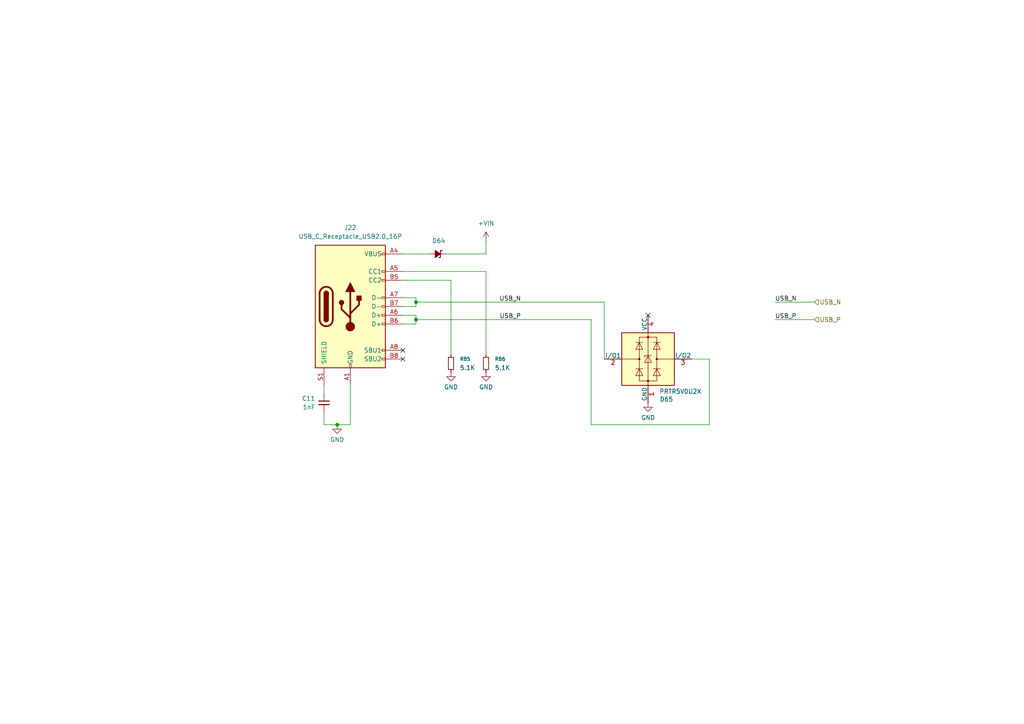
<source format=kicad_sch>
(kicad_sch (version 20250114) (generator "eeschema") (generator_version "9.0")
  (paper "A4")
  (title_block (title "Control Unit Tester") (date "2025-10-21") (rev "2"))
  (lib_symbols
    (symbol "Connector:USB_C_Receptacle_USB2.0_16P" (pin_names (offset 1.016))
      (property "Reference" "J" (at 0 22.225 0))
      (property "Value" "USB_C_Receptacle_USB2.0_16P" (at 0 19.685 0))
      (symbol "USB_C_Receptacle_USB2.0_16P_0_0"
        (rectangle (start -0.254 -17.78) (end 0.254 -16.764))
        (rectangle (start 10.16 15.494) (end 9.144 14.986))
        (rectangle (start 10.16 10.414) (end 9.144 9.906))
        (rectangle (start 10.16 7.874) (end 9.144 7.366))
        (rectangle (start 10.16 2.794) (end 9.144 2.286))
        (rectangle (start 10.16 0.254) (end 9.144 -0.254))
        (rectangle (start 10.16 -2.286) (end 9.144 -2.794))
        (rectangle (start 10.16 -4.826) (end 9.144 -5.334))
        (rectangle (start 10.16 -12.446) (end 9.144 -12.954))
        (rectangle (start 10.16 -14.986) (end 9.144 -15.494))
      )
      (symbol "USB_C_Receptacle_USB2.0_16P_0_1"
        (rectangle (start -10.16 17.78) (end 10.16 -17.78) (stroke (width 0.254)) (fill (type background)))
        (polyline (pts (xy -8.89 -3.81) (xy -8.89 3.81)) (stroke (width 0.508)))
        (rectangle (start -7.62 -3.81) (end -6.35 3.81) (stroke (width 0.254)) (fill (type outline)))
        (arc (start -7.62 3.81) (mid -6.985 4.4423) (end -6.35 3.81) (stroke (width 0.254)))
        (arc (start -7.62 3.81) (mid -6.985 4.4423) (end -6.35 3.81) (stroke (width 0.254)) (fill (type outline)))
        (arc (start -8.89 3.81) (mid -6.985 5.7067) (end -5.08 3.81) (stroke (width 0.508)))
        (arc (start -5.08 -3.81) (mid -6.985 -5.7067) (end -8.89 -3.81) (stroke (width 0.508)))
        (arc (start -6.35 -3.81) (mid -6.985 -4.4423) (end -7.62 -3.81) (stroke (width 0.254)))
        (arc (start -6.35 -3.81) (mid -6.985 -4.4423) (end -7.62 -3.81) (stroke (width 0.254)) (fill (type outline)))
        (polyline (pts (xy -5.08 3.81) (xy -5.08 -3.81)) (stroke (width 0.508)))
        (circle (center -2.54 1.143) (radius 0.635) (stroke (width 0.254)) (fill (type outline)))
        (polyline (pts (xy -1.27 4.318) (xy 0 6.858) (xy 1.27 4.318) (xy -1.27 4.318)) (stroke (width 0.254)) (fill (type outline)))
        (polyline (pts (xy 0 -2.032) (xy 2.54 0.508) (xy 2.54 1.778)) (stroke (width 0.508)))
        (polyline (pts (xy 0 -3.302) (xy -2.54 -0.762) (xy -2.54 0.508)) (stroke (width 0.508)))
        (polyline (pts (xy 0 -5.842) (xy 0 4.318)) (stroke (width 0.508)))
        (circle (center 0 -5.842) (radius 1.27) (fill (type outline)))
        (rectangle (start 1.905 1.778) (end 3.175 3.048) (stroke (width 0.254)) (fill (type outline)))
      )
      (symbol "USB_C_Receptacle_USB2.0_16P_1_1"
        (pin passive line (at -7.62 -22.86 90) (length 5.08) (name "SHIELD") (number "S1"))
        (pin passive line (at 0 -22.86 90) (length 5.08) (name "GND") (number "A1"))
        (pin passive line (at 0 -22.86 90) (length 5.08) (hide yes) (name "GND") (number "A12"))
        (pin passive line (at 0 -22.86 90) (length 5.08) (hide yes) (name "GND") (number "B1"))
        (pin passive line (at 0 -22.86 90) (length 5.08) (hide yes) (name "GND") (number "B12"))
        (pin passive line (at 15.24 15.24 180) (length 5.08) (name "VBUS") (number "A4"))
        (pin passive line (at 15.24 15.24 180) (length 5.08) (hide yes) (name "VBUS") (number "A9"))
        (pin passive line (at 15.24 15.24 180) (length 5.08) (hide yes) (name "VBUS") (number "B4"))
        (pin passive line (at 15.24 15.24 180) (length 5.08) (hide yes) (name "VBUS") (number "B9"))
        (pin bidirectional line (at 15.24 10.16 180) (length 5.08) (name "CC1") (number "A5"))
        (pin bidirectional line (at 15.24 7.62 180) (length 5.08) (name "CC2") (number "B5"))
        (pin bidirectional line (at 15.24 2.54 180) (length 5.08) (name "D-") (number "A7"))
        (pin bidirectional line (at 15.24 0 180) (length 5.08) (name "D-") (number "B7"))
        (pin bidirectional line (at 15.24 -2.54 180) (length 5.08) (name "D+") (number "A6"))
        (pin bidirectional line (at 15.24 -5.08 180) (length 5.08) (name "D+") (number "B6"))
        (pin bidirectional line (at 15.24 -12.7 180) (length 5.08) (name "SBU1") (number "A8"))
        (pin bidirectional line (at 15.24 -15.24 180) (length 5.08) (name "SBU2") (number "B8"))
      )
    )
    (symbol "Device:C_Small" (pin_numbers (hide yes)) (pin_names (offset 0.254) (hide yes))
      (property "Reference" "C" (at 0.254 1.778 0))
      (property "Value" "C_Small" (at 0.254 -2.032 0))
      (symbol "C_Small_0_1"
        (polyline (pts (xy -1.524 0.508) (xy 1.524 0.508)) (stroke (width 0.3048)))
        (polyline (pts (xy -1.524 -0.508) (xy 1.524 -0.508)) (stroke (width 0.3302)))
      )
      (symbol "C_Small_1_1"
        (pin passive line (at 0 2.54 270) (length 2.032) (name "~") (number "1"))
        (pin passive line (at 0 -2.54 90) (length 2.032) (name "~") (number "2"))
      )
    )
    (symbol "Device:R_Small" (pin_numbers (hide yes)) (pin_names (offset 0.254) (hide yes))
      (property "Reference" "R" (at 0 0 90))
      (property "Value" "R_Small" (at 1.778 0 90))
      (symbol "R_Small_0_1"
        (rectangle (start -0.762 1.778) (end 0.762 -1.778) (stroke (width 0.2032)))
      )
      (symbol "R_Small_1_1"
        (pin passive line (at 0 2.54 270) (length 0.762) (name "~") (number "1"))
        (pin passive line (at 0 -2.54 90) (length 0.762) (name "~") (number "2"))
      )
    )
    (symbol "My_Libraries:+VIN" (power) (in_bom no) (on_board no)
      (property "Value" "+VIN" (at 0 3.81 0))
      (symbol "+VIN_0_1"
        (polyline (pts (xy 0 2.54) (xy -0.762 1.27)))
        (polyline (pts (xy 0 2.54) (xy 0.762 1.27)))
        (polyline (pts (xy 0 0) (xy 0 2.54)))
      )
      (symbol "+VIN_1_1"
        (pin power_in line (at 0 0 90) (length 0) (hide yes) (name "+VIN") (number "1"))
      )
    )
    (symbol "My_Libraries:D_TVS" (pin_numbers (hide yes)) (pin_names (hide yes))
      (property "Reference" "D" (at -2.54 5.08 0))
      (property "Value" "D_TVS" (at -2.54 2.54 0))
      (symbol "D_TVS_0_1"
        (polyline (pts (xy -1.2954 -1.016) (xy -0.7874 -1.016)) (stroke (width 0.254)))
        (polyline (pts (xy -0.254 1.016) (xy -0.762 1.016) (xy -0.762 -1.016)) (stroke (width 0.254)))
        (polyline (pts (xy 0.762 1.016) (xy -0.762 0) (xy 0.762 -1.016) (xy 0.762 1.016)) (stroke (width 0.254)) (fill (type outline)))
        (polyline (pts (xy 0.762 0) (xy -0.762 0)))
      )
      (symbol "D_TVS_1_1"
        (pin passive line (at -2.54 0 0) (length 1.778) (name "K") (number "1"))
        (pin passive line (at 2.54 0 180) (length 1.778) (name "A") (number "2"))
      )
    )
    (symbol "Power_Protection:PRTR5V0U2X" (pin_names (offset 0))
      (property "Reference" "D" (at 2.794 8.636 0))
      (property "Value" "PRTR5V0U2X" (at 8.128 -9.398 0))
      (symbol "PRTR5V0U2X_0_1"
        (rectangle (start -7.62 -7.62) (end 7.62 7.62) (stroke (width 0.254)) (fill (type background)))
        (polyline (pts (xy -3.556 2.794) (xy -1.524 2.794) (xy -2.54 4.826) (xy -3.556 2.794)))
        (polyline (pts (xy -3.556 -4.826) (xy -1.524 -4.826) (xy -2.54 -2.794) (xy -3.556 -4.826)))
        (rectangle (start -2.54 6.35) (end 2.54 -6.35))
        (circle (center -2.54 0) (radius 0.254) (fill (type outline)))
        (polyline (pts (xy -2.54 0) (xy -7.62 0)))
        (polyline (pts (xy -1.524 4.826) (xy -3.556 4.826)))
        (polyline (pts (xy -1.524 -2.794) (xy -3.556 -2.794)))
        (polyline (pts (xy -1.016 -1.016) (xy 1.016 -1.016) (xy 0 1.016) (xy -1.016 -1.016)))
        (circle (center 0 6.35) (radius 0.254) (fill (type outline)))
        (circle (center 0 -6.35) (radius 0.254) (fill (type outline)))
        (polyline (pts (xy 0 -7.62) (xy 0 7.62)))
        (polyline (pts (xy 1.016 1.016) (xy -1.016 1.016) (xy -1.016 0.508)))
        (polyline (pts (xy 1.524 4.826) (xy 3.556 4.826)))
        (polyline (pts (xy 1.524 -2.794) (xy 3.556 -2.794)))
        (polyline (pts (xy 2.54 0) (xy 7.62 0)))
        (circle (center 2.54 0) (radius 0.254) (fill (type outline)))
        (polyline (pts (xy 3.556 2.794) (xy 1.524 2.794) (xy 2.54 4.826) (xy 3.556 2.794)))
        (polyline (pts (xy 3.556 -4.826) (xy 1.524 -4.826) (xy 2.54 -2.794) (xy 3.556 -4.826)))
      )
      (symbol "PRTR5V0U2X_1_1"
        (pin passive line (at -12.7 0 0) (length 5.08) (name "I/O1") (number "2"))
        (pin passive line (at 0 12.7 270) (length 5.08) (name "VCC") (number "4"))
        (pin passive line (at 0 -12.7 90) (length 5.08) (name "GND") (number "1"))
        (pin passive line (at 12.7 0 180) (length 5.08) (name "I/O2") (number "3"))
      )
    )
    (symbol "power:GND" (power) (pin_numbers (hide yes)) (pin_names (offset 0) (hide yes))
      (property "Value" "GND" (at 0 -3.81 0))
      (symbol "GND_0_1"
        (polyline (pts (xy 0 0) (xy 0 -1.27) (xy 1.27 -1.27) (xy 0 -2.54) (xy -1.27 -1.27) (xy 0 -1.27)))
      )
      (symbol "GND_1_1"
        (pin power_in line (at 0 0 270) (length 0) (name "~") (number "1"))
      )
    )
  )
  (junction (at 97.79 123.19))
  (junction (at 120.65 87.63))
  (junction (at 120.65 92.71))
  (no_connect (at 116.84 101.6))
  (no_connect (at 116.84 104.14))
  (no_connect (at 187.96 91.44))
  (wire (pts (xy 140.97 69.85) (xy 140.97 73.66)))
  (wire (pts (xy 116.84 88.9) (xy 120.65 88.9)))
  (wire (pts (xy 171.45 123.19) (xy 205.74 123.19)))
  (wire (pts (xy 116.84 91.44) (xy 120.65 91.44)))
  (wire (pts (xy 93.98 123.19) (xy 97.79 123.19)))
  (wire (pts (xy 224.79 87.63) (xy 236.22 87.63)))
  (wire (pts (xy 120.65 87.63) (xy 120.65 88.9)))
  (wire (pts (xy 140.97 78.74) (xy 116.84 78.74)))
  (wire (pts (xy 116.84 81.28) (xy 130.81 81.28)))
  (wire (pts (xy 120.65 86.36) (xy 120.65 87.63)))
  (wire (pts (xy 116.84 86.36) (xy 120.65 86.36)))
  (wire (pts (xy 120.65 87.63) (xy 175.26 87.63)))
  (wire (pts (xy 101.6 111.76) (xy 101.6 123.19)))
  (wire (pts (xy 129.54 73.66) (xy 140.97 73.66)))
  (wire (pts (xy 120.65 92.71) (xy 120.65 93.98)))
  (wire (pts (xy 130.81 81.28) (xy 130.81 102.87)))
  (wire (pts (xy 120.65 91.44) (xy 120.65 92.71)))
  (wire (pts (xy 224.79 92.71) (xy 236.22 92.71)))
  (wire (pts (xy 140.97 102.87) (xy 140.97 78.74)))
  (wire (pts (xy 171.45 92.71) (xy 171.45 123.19)))
  (wire (pts (xy 175.26 104.14) (xy 175.26 87.63)))
  (wire (pts (xy 205.74 123.19) (xy 205.74 104.14)))
  (wire (pts (xy 116.84 73.66) (xy 124.46 73.66)))
  (wire (pts (xy 93.98 119.38) (xy 93.98 123.19)))
  (wire (pts (xy 116.84 93.98) (xy 120.65 93.98)))
  (wire (pts (xy 120.65 92.71) (xy 171.45 92.71)))
  (wire (pts (xy 93.98 111.76) (xy 93.98 114.3)))
  (wire (pts (xy 205.74 104.14) (xy 200.66 104.14)))
  (wire (pts (xy 101.6 123.19) (xy 97.79 123.19)))
  (label "USB_N" (at 151.13 87.63 180))
  (label "USB_P" (at 224.79 92.71 0))
  (label "USB_N" (at 224.79 87.63 0))
  (label "USB_P" (at 151.13 92.71 180))
  (hierarchical_label "USB_N" (shape input) (at 236.22 87.63 0))
  (hierarchical_label "USB_P" (shape input) (at 236.22 92.71 0))
  (symbol (lib_id "power:GND") (at 130.81 107.95 0) (unit 1)
    (property "Reference" "#PWR0117" (effects (hide yes)))
    (property "Value" "GND" (at 130.81 112.268 0))
    (property "Description" "Power symbol creates a global label with name \"GND\" , ground" (effects (hide yes)))
  )
  (symbol (lib_id "Device:C_Small") (at 93.98 116.84 0) (unit 1)
    (property "Reference" "C11" (at 91.44 115.5762 0) (effects (justify right)))
    (property "Value" "1nF" (at 91.44 118.1162 0) (effects (justify right)))
    (property "Footprint" "Capacitor_SMD:C_1206_3216Metric" (effects (hide yes)))
    (property "Description" "Unpolarized capacitor, small symbol" (effects (hide yes)))
  )
  (symbol (lib_id "power:GND") (at 140.97 107.95 0) (unit 1)
    (property "Reference" "#PWR0118" (effects (hide yes)))
    (property "Value" "GND" (at 140.97 112.268 0))
    (property "Description" "Power symbol creates a global label with name \"GND\" , ground" (effects (hide yes)))
  )
  (symbol (lib_id "Connector:USB_C_Receptacle_USB2.0_16P") (at 101.6 88.9 0) (unit 1)
    (property "Reference" "J22" (at 101.6 66.04 0))
    (property "Value" "USB_C_Receptacle_USB2.0_16P" (at 101.6 68.58 0))
    (property "Footprint" "Connector_USB:USB_C_Receptacle_GCT_USB4105-xx-A_16P_TopMnt_Horizontal" (effects (hide yes)))
    (property "Datasheet" "https://www.usb.org/sites/default/files/documents/usb_type-c.zip" (effects (hide yes)))
    (property "Description" "USB 2.0-only 16P Type-C Receptacle connector" (effects (hide yes)))
    (property "PartID" "2165" (effects (hide yes)))
  )
  (symbol (lib_id "power:GND") (at 97.79 123.19 0) (unit 1)
    (property "Reference" "#PWR0119" (effects (hide yes)))
    (property "Value" "GND" (at 97.79 127.508 0))
    (property "Description" "Power symbol creates a global label with name \"GND\" , ground" (effects (hide yes)))
  )
  (symbol (lib_id "Device:R_Small") (at 140.97 105.41 0) (unit 1)
    (property "Reference" "R86" (at 143.51 104.1399 0) (effects (font (size 1.016 1.016)) (justify left)))
    (property "Value" "5.1K" (at 143.51 106.6799 0) (effects (justify left)))
    (property "Footprint" "Resistor_SMD:R_0603_1608Metric" (effects (hide yes)))
    (property "Description" "Resistor, small symbol" (effects (hide yes)))
  )
  (symbol (lib_id "My_Libraries:D_TVS") (at 127 73.66 180) (unit 1)
    (property "Reference" "D64" (at 127.2667 69.85 0))
    (property "Value" "SMAJ40CAe3/TR13" (effects (hide yes)))
    (property "Footprint" "Diode_SMD:D_SMA" (effects (hide yes)))
  )
  (symbol (lib_id "Device:R_Small") (at 130.81 105.41 0) (unit 1)
    (property "Reference" "R85" (at 133.35 104.1399 0) (effects (font (size 1.016 1.016)) (justify left)))
    (property "Value" "5.1K" (at 133.35 106.6799 0) (effects (justify left)))
    (property "Footprint" "Resistor_SMD:R_0603_1608Metric" (effects (hide yes)))
    (property "Description" "Resistor, small symbol" (effects (hide yes)))
  )
  (symbol (lib_id "My_Libraries:+VIN") (at 140.97 69.85 0) (unit 1) (in_bom no) (on_board no)
    (property "Reference" "#PWR0120" (effects (hide yes)))
    (property "Value" "+VIN" (at 140.97 64.77 0))
  )
  (symbol (lib_id "Power_Protection:PRTR5V0U2X") (at 187.96 104.14 0) (unit 1)
    (property "Reference" "D65" (at 193.294 115.824 0))
    (property "Value" "PRTR5V0U2X" (at 197.358 113.538 0))
    (property "Footprint" "Package_TO_SOT_SMD:SOT-143" (effects (hide yes)))
    (property "Datasheet" "https://assets.nexperia.com/documents/data-sheet/PRTR5V0U2X.pdf" (effects (hide yes)))
    (property "Description" "Ultra low capacitance double rail-to-rail ESD protection diode, SOT-143" (effects (hide yes)))
    (property "PartID" "2166" (effects (hide yes)))
  )
  (symbol (lib_id "power:GND") (at 187.96 116.84 0) (unit 1)
    (property "Reference" "#PWR0123" (effects (hide yes)))
    (property "Value" "GND" (at 187.96 121.158 0))
    (property "Description" "Power symbol creates a global label with name \"GND\" , ground" (effects (hide yes)))
  )
)
</source>
